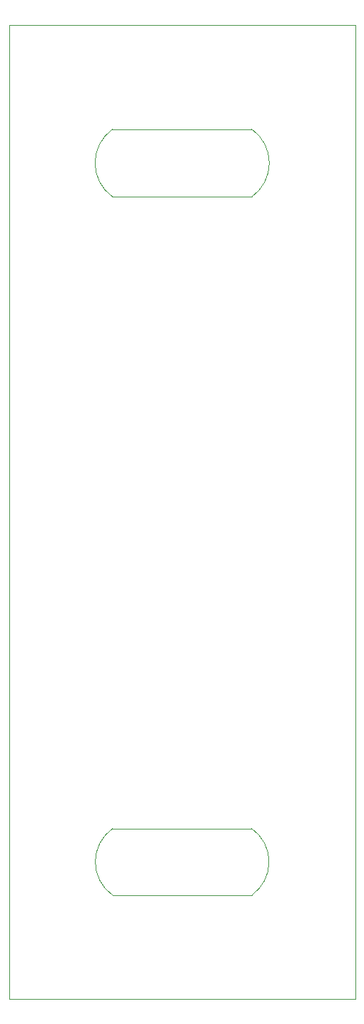
<source format=gbr>
%TF.GenerationSoftware,KiCad,Pcbnew,(6.0.0-0)*%
%TF.CreationDate,2022-02-07T13:41:28-05:00*%
%TF.ProjectId,Coin_Slots,436f696e-5f53-46c6-9f74-732e6b696361,rev?*%
%TF.SameCoordinates,Original*%
%TF.FileFunction,Profile,NP*%
%FSLAX46Y46*%
G04 Gerber Fmt 4.6, Leading zero omitted, Abs format (unit mm)*
G04 Created by KiCad (PCBNEW (6.0.0-0)) date 2022-02-07 13:41:28*
%MOMM*%
%LPD*%
G01*
G04 APERTURE LIST*
%TA.AperFunction,Profile*%
%ADD10C,0.100000*%
%TD*%
G04 APERTURE END LIST*
D10*
X146389000Y-169151000D02*
X105325000Y-169151000D01*
X117602000Y-74148000D02*
X134112000Y-74148000D01*
X105325000Y-169151000D02*
X105325000Y-53805000D01*
X134112000Y-66141000D02*
X117602000Y-66141000D01*
X117602000Y-148951000D02*
G75*
G03*
X117602000Y-156834000I2759868J-3941500D01*
G01*
X117602000Y-66141000D02*
G75*
G03*
X117602000Y-74148000I2803281J-4003500D01*
G01*
X105325000Y-53805000D02*
X146389000Y-53805000D01*
X134112000Y-74148000D02*
G75*
G03*
X134112000Y-66141000I-2803281J4003500D01*
G01*
X134112000Y-156834000D02*
G75*
G03*
X134112000Y-148951000I-2759868J3941500D01*
G01*
X117602000Y-156834000D02*
X134112000Y-156834000D01*
X117602000Y-148951000D02*
X134112000Y-148951000D01*
X146389000Y-53805000D02*
X146389000Y-169151000D01*
M02*

</source>
